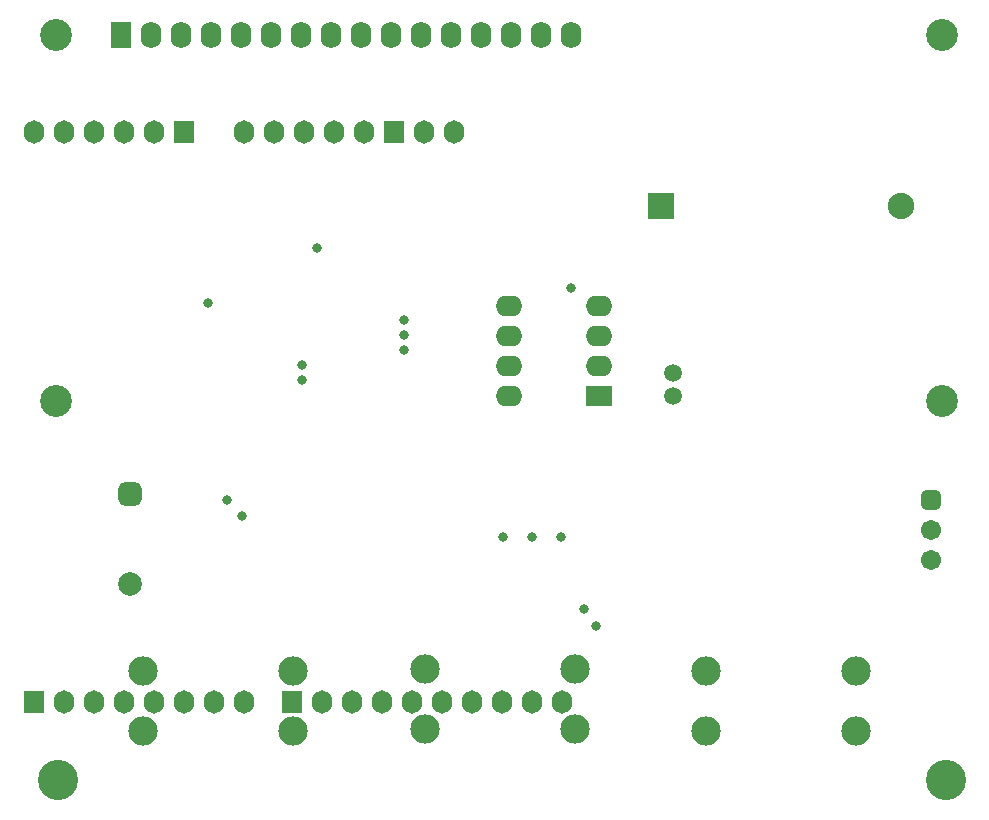
<source format=gbs>
G04*
G04 #@! TF.GenerationSoftware,Altium Limited,Altium Designer,21.3.2 (30)*
G04*
G04 Layer_Color=16711935*
%FSTAX24Y24*%
%MOIN*%
G70*
G04*
G04 #@! TF.SameCoordinates,A58ECD2F-0E49-4CC9-AAE6-1995A15C2F52*
G04*
G04*
G04 #@! TF.FilePolarity,Negative*
G04*
G01*
G75*
%ADD34C,0.1064*%
%ADD35O,0.0680X0.0880*%
%ADD36R,0.0680X0.0880*%
%ADD37O,0.0680X0.0780*%
%ADD38R,0.0680X0.0780*%
%ADD39C,0.0592*%
%ADD40C,0.1340*%
%ADD41C,0.0980*%
G04:AMPARAMS|DCode=42|XSize=78.9mil|YSize=78.9mil|CornerRadius=21.7mil|HoleSize=0mil|Usage=FLASHONLY|Rotation=270.000|XOffset=0mil|YOffset=0mil|HoleType=Round|Shape=RoundedRectangle|*
%AMROUNDEDRECTD42*
21,1,0.0789,0.0354,0,0,270.0*
21,1,0.0354,0.0789,0,0,270.0*
1,1,0.0434,-0.0177,-0.0177*
1,1,0.0434,-0.0177,0.0177*
1,1,0.0434,0.0177,0.0177*
1,1,0.0434,0.0177,-0.0177*
%
%ADD42ROUNDEDRECTD42*%
%ADD43C,0.0789*%
%ADD46C,0.0671*%
G04:AMPARAMS|DCode=47|XSize=67.1mil|YSize=67.1mil|CornerRadius=18.8mil|HoleSize=0mil|Usage=FLASHONLY|Rotation=270.000|XOffset=0mil|YOffset=0mil|HoleType=Round|Shape=RoundedRectangle|*
%AMROUNDEDRECTD47*
21,1,0.0671,0.0295,0,0,270.0*
21,1,0.0295,0.0671,0,0,270.0*
1,1,0.0375,-0.0148,-0.0148*
1,1,0.0375,-0.0148,0.0148*
1,1,0.0375,0.0148,0.0148*
1,1,0.0375,0.0148,-0.0148*
%
%ADD47ROUNDEDRECTD47*%
%ADD48C,0.0880*%
%ADD49R,0.0880X0.0880*%
%ADD50C,0.0330*%
%ADD72R,0.0880X0.0680*%
%ADD73O,0.0880X0.0680*%
D34*
X037735Y030845D02*
D03*
X067262D02*
D03*
Y04305D02*
D03*
X037735D02*
D03*
D35*
X0549D02*
D03*
X0539D02*
D03*
X0529D02*
D03*
X0519D02*
D03*
X0509D02*
D03*
X0499D02*
D03*
X0489D02*
D03*
X0479D02*
D03*
X0469D02*
D03*
X0459D02*
D03*
X0449D02*
D03*
X0439D02*
D03*
X0429D02*
D03*
X0419D02*
D03*
X0409D02*
D03*
D36*
X0399D02*
D03*
D37*
X0546Y0208D02*
D03*
X0536D02*
D03*
X051Y0398D02*
D03*
X05D02*
D03*
X048D02*
D03*
X047D02*
D03*
X046D02*
D03*
X045D02*
D03*
X044D02*
D03*
X041D02*
D03*
X04D02*
D03*
X039D02*
D03*
X038D02*
D03*
X037D02*
D03*
X038Y0208D02*
D03*
X039D02*
D03*
X04D02*
D03*
X041D02*
D03*
X042D02*
D03*
X043D02*
D03*
X044D02*
D03*
X0466D02*
D03*
X0476D02*
D03*
X0486D02*
D03*
X0496D02*
D03*
X0506D02*
D03*
X0516D02*
D03*
X0526D02*
D03*
D38*
X049Y0398D02*
D03*
X042D02*
D03*
X037Y0208D02*
D03*
X0456D02*
D03*
D39*
X0583Y031025D02*
D03*
Y031775D02*
D03*
D40*
X0674Y0182D02*
D03*
X0378D02*
D03*
D41*
X04065Y01985D02*
D03*
Y02185D02*
D03*
X04565Y01985D02*
D03*
Y02185D02*
D03*
X0594Y01985D02*
D03*
Y02185D02*
D03*
X0644Y01985D02*
D03*
Y02185D02*
D03*
X050025Y0199D02*
D03*
Y0219D02*
D03*
X055025Y0199D02*
D03*
Y0219D02*
D03*
D42*
X0402Y02775D02*
D03*
D43*
Y02475D02*
D03*
D46*
X0669Y02555D02*
D03*
Y02655D02*
D03*
D47*
Y02755D02*
D03*
D48*
X0659Y03735D02*
D03*
D49*
X0579D02*
D03*
D50*
X042816Y034116D02*
D03*
X04645Y03595D02*
D03*
X04395Y027D02*
D03*
X05535Y0239D02*
D03*
X05575Y02335D02*
D03*
X0549Y0346D02*
D03*
X04935Y03255D02*
D03*
X04595Y03205D02*
D03*
Y03155D02*
D03*
X04345Y02755D02*
D03*
X04935Y03305D02*
D03*
Y03355D02*
D03*
X054585Y026308D02*
D03*
X05265D02*
D03*
X053618D02*
D03*
D72*
X05585Y031D02*
D03*
D73*
Y032D02*
D03*
Y033D02*
D03*
Y034D02*
D03*
X05285D02*
D03*
Y033D02*
D03*
Y032D02*
D03*
Y031D02*
D03*
M02*

</source>
